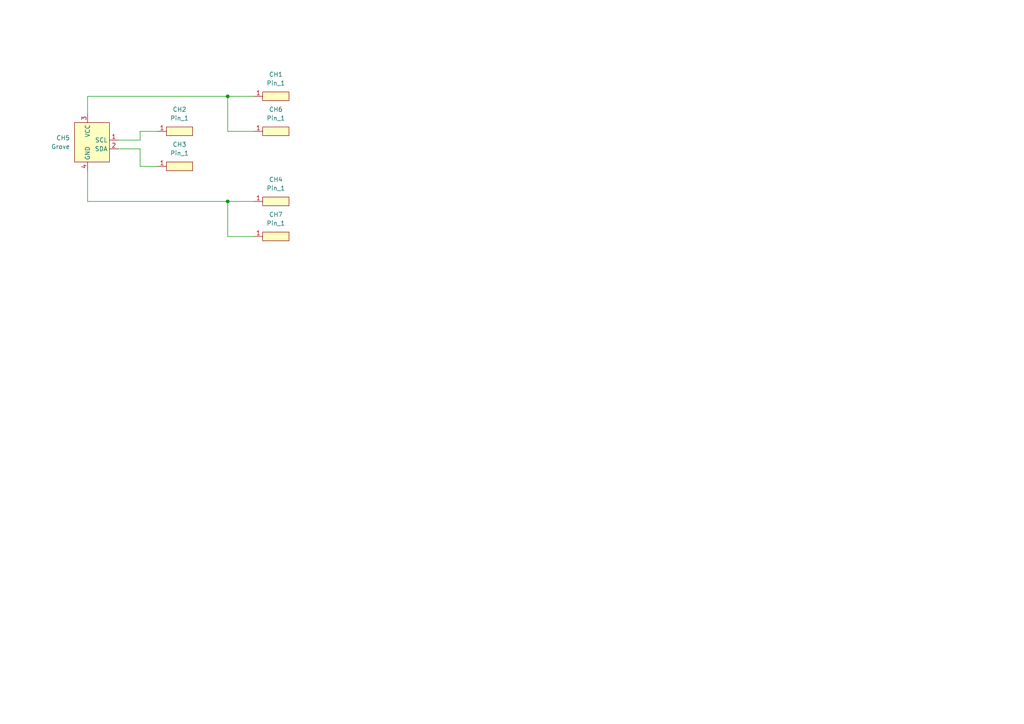
<source format=kicad_sch>
(kicad_sch (version 20231120) (generator "eeschema") (generator_version "8.0")
  (paper "A4")
  (lib_symbols
    (symbol "74th_Interface:I2C_Grove_Device-Side"
      (property "Reference" "CH" (at -7.62 1.27 0))
      (property "Value" "Grove" (at -7.62 -1.27 0))
      (symbol "I2C_Grove_Device-Side_0_1"
        (rectangle (start -6.35 6.35) (end 3.81 -5.08) (stroke (width 0.1524)) (fill (type background)))
      )
      (symbol "I2C_Grove_Device-Side_1_1"
        (pin input line (at 6.35 1.27 180) (length 2.54) (name "SCL") (number "1"))
        (pin bidirectional line (at 6.35 -1.27 180) (length 2.54) (name "SDA") (number "2"))
        (pin power_out line (at -2.54 8.89 270) (length 2.54) (name "VCC") (number "3"))
        (pin power_out line (at -2.54 -7.62 90) (length 2.54) (name "GND") (number "4"))
      )
    )
    (symbol "74th_Interface:Pin_1"
      (property "Reference" "CH" (at 0 2.54 0))
      (property "Value" "Pin_1" (at 0 5.08 0))
      (symbol "Pin_1_0_1"
        (rectangle (start -3.81 1.27) (end 3.81 -1.27) (stroke (width 0.1524)) (fill (type background)))
      )
      (symbol "Pin_1_1_1"
        (pin bidirectional line (at 6.35 0 180) (length 2.54) (name "") (number "1"))
      )
    )
  )
  (junction (at 66.04 58.42))
  (junction (at 66.04 27.94))
  (wire (pts (xy 40.64 38.1) (xy 45.72 38.1)))
  (wire (pts (xy 66.04 58.42) (xy 73.66 58.42)))
  (wire (pts (xy 66.04 58.42) (xy 66.04 68.58)))
  (wire (pts (xy 40.64 43.18) (xy 40.64 48.26)))
  (wire (pts (xy 40.64 40.64) (xy 40.64 38.1)))
  (wire (pts (xy 40.64 48.26) (xy 45.72 48.26)))
  (wire (pts (xy 66.04 68.58) (xy 73.66 68.58)))
  (wire (pts (xy 25.4 58.42) (xy 66.04 58.42)))
  (wire (pts (xy 34.29 40.64) (xy 40.64 40.64)))
  (wire (pts (xy 66.04 27.94) (xy 73.66 27.94)))
  (wire (pts (xy 25.4 49.53) (xy 25.4 58.42)))
  (wire (pts (xy 34.29 43.18) (xy 40.64 43.18)))
  (wire (pts (xy 66.04 27.94) (xy 66.04 38.1)))
  (wire (pts (xy 25.4 27.94) (xy 25.4 33.02)))
  (wire (pts (xy 25.4 27.94) (xy 66.04 27.94)))
  (wire (pts (xy 66.04 38.1) (xy 73.66 38.1)))
  (symbol (lib_id "74th_Interface:Pin_1") (at 52.07 48.26 0) (mirror y) (unit 1)
    (property "Reference" "CH3" (at 52.07 41.91 0))
    (property "Value" "Pin_1" (at 52.07 44.45 0))
    (property "Footprint" "74th:PinOut_Universal-Board_bridge3" (effects (hide yes)))
  )
  (symbol (lib_id "74th_Interface:Pin_1") (at 52.07 38.1 0) (mirror y) (unit 1)
    (property "Reference" "CH2" (at 52.07 31.75 0))
    (property "Value" "Pin_1" (at 52.07 34.29 0))
    (property "Footprint" "74th:PinOut_Universal-Board_bridge3" (effects (hide yes)))
  )
  (symbol (lib_id "74th_Interface:Pin_1") (at 80.01 58.42 0) (mirror y) (unit 1)
    (property "Reference" "CH4" (at 80.01 52.07 0))
    (property "Value" "Pin_1" (at 80.01 54.61 0))
    (property "Footprint" "74th:PinOut_Universal-Board_bridge3" (effects (hide yes)))
  )
  (symbol (lib_id "74th_Interface:Pin_1") (at 80.01 27.94 0) (mirror y) (unit 1)
    (property "Reference" "CH1" (at 80.01 21.59 0))
    (property "Value" "Pin_1" (at 80.01 24.13 0))
    (property "Footprint" "74th:PinOut_Universal-Board_bridge3" (effects (hide yes)))
  )
  (symbol (lib_id "74th_Interface:I2C_Grove_Device-Side") (at 27.94 41.91 0) (unit 1)
    (property "Reference" "CH5" (at 20.32 40.0049 0) (effects (justify right)))
    (property "Value" "Grove" (at 20.32 42.5449 0) (effects (justify right)))
    (property "Footprint" "74th:Connector_HY-2.0_SMD_4Pin" (effects (hide yes)))
  )
  (symbol (lib_id "74th_Interface:Pin_1") (at 80.01 68.58 0) (mirror y) (unit 1)
    (property "Reference" "CH7" (at 80.01 62.23 0))
    (property "Value" "Pin_1" (at 80.01 64.77 0))
    (property "Footprint" "74th:PinOut_Universal-Board_bridge3" (effects (hide yes)))
  )
  (symbol (lib_id "74th_Interface:Pin_1") (at 80.01 38.1 0) (mirror y) (unit 1)
    (property "Reference" "CH6" (at 80.01 31.75 0))
    (property "Value" "Pin_1" (at 80.01 34.29 0))
    (property "Footprint" "74th:PinOut_Universal-Board_bridge3" (effects (hide yes)))
  )
)
</source>
